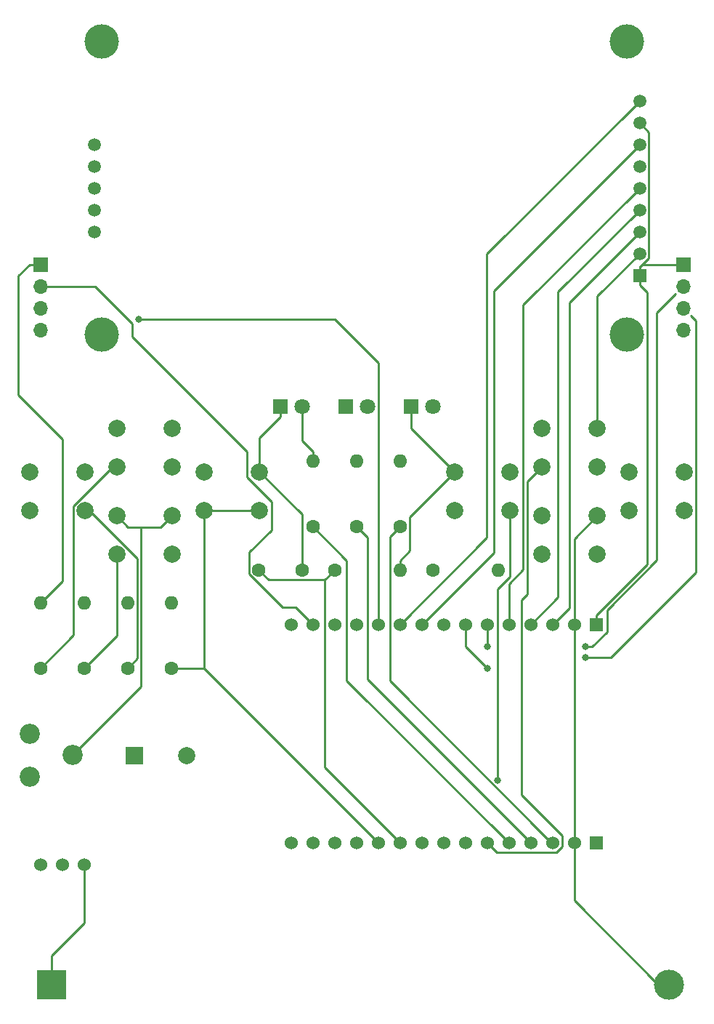
<source format=gbr>
G04 #@! TF.GenerationSoftware,KiCad,Pcbnew,5.1.4-e60b266~84~ubuntu19.04.1*
G04 #@! TF.CreationDate,2019-10-18T16:45:16-04:00*
G04 #@! TF.ProjectId,Esp32Badge-v1,45737033-3242-4616-9467-652d76312e6b,1*
G04 #@! TF.SameCoordinates,Original*
G04 #@! TF.FileFunction,Copper,L1,Top*
G04 #@! TF.FilePolarity,Positive*
%FSLAX46Y46*%
G04 Gerber Fmt 4.6, Leading zero omitted, Abs format (unit mm)*
G04 Created by KiCad (PCBNEW 5.1.4-e60b266~84~ubuntu19.04.1) date 2019-10-18 16:45:16*
%MOMM*%
%LPD*%
G04 APERTURE LIST*
%ADD10C,2.000000*%
%ADD11R,2.000000X2.000000*%
%ADD12R,1.524000X1.524000*%
%ADD13C,1.524000*%
%ADD14O,1.700000X1.700000*%
%ADD15R,1.700000X1.700000*%
%ADD16R,3.500000X3.500000*%
%ADD17C,3.500000*%
%ADD18C,1.600000*%
%ADD19C,1.800000*%
%ADD20R,1.800000X1.800000*%
%ADD21O,1.600000X1.600000*%
%ADD22C,2.340000*%
%ADD23C,4.000000*%
%ADD24C,1.500000*%
%ADD25R,1.500000X1.500000*%
%ADD26C,0.800000*%
%ADD27C,0.250000*%
G04 APERTURE END LIST*
D10*
X116078000Y-118110000D03*
D11*
X109982000Y-118110000D03*
D12*
X163830000Y-128270000D03*
D13*
X161290000Y-128270000D03*
X158750000Y-128270000D03*
X156210000Y-128270000D03*
X153670000Y-128270000D03*
X151130000Y-128270000D03*
X148590000Y-128270000D03*
X146050000Y-128270000D03*
X143510000Y-128270000D03*
X140970000Y-128270000D03*
X138430000Y-128270000D03*
X135890000Y-128270000D03*
X133350000Y-128270000D03*
X130810000Y-128270000D03*
X128270000Y-102870000D03*
X130810000Y-102870000D03*
X133350000Y-102870000D03*
X135890000Y-102870000D03*
X138430000Y-102870000D03*
X140970000Y-102870000D03*
X143510000Y-102870000D03*
X146050000Y-102870000D03*
X148590000Y-102870000D03*
X151130000Y-102870000D03*
X153670000Y-102870000D03*
X156210000Y-102870000D03*
X158750000Y-102870000D03*
X161290000Y-102870000D03*
D12*
X163830000Y-102870000D03*
D13*
X128270000Y-128270000D03*
D14*
X173990000Y-68580000D03*
X173990000Y-66040000D03*
X173990000Y-63500000D03*
D15*
X173990000Y-60960000D03*
D14*
X99060000Y-68580000D03*
X99060000Y-66040000D03*
X99060000Y-63500000D03*
D15*
X99060000Y-60960000D03*
D16*
X100330000Y-144780000D03*
D17*
X172330000Y-144780000D03*
D18*
X129540000Y-96520000D03*
X124540000Y-96520000D03*
D19*
X144780000Y-77470000D03*
D20*
X142240000Y-77470000D03*
D19*
X137160000Y-77470000D03*
D20*
X134620000Y-77470000D03*
D19*
X129540000Y-77470000D03*
D20*
X127000000Y-77470000D03*
D21*
X140970000Y-83820000D03*
D18*
X140970000Y-91440000D03*
D21*
X135890000Y-83820000D03*
D18*
X135890000Y-91440000D03*
D21*
X130810000Y-83820000D03*
D18*
X130810000Y-91440000D03*
D21*
X152400000Y-96520000D03*
D18*
X144780000Y-96520000D03*
D21*
X140970000Y-96520000D03*
D18*
X133350000Y-96520000D03*
D21*
X99060000Y-100330000D03*
D18*
X99060000Y-107950000D03*
D21*
X104140000Y-100330000D03*
D18*
X104140000Y-107950000D03*
D21*
X109220000Y-100330000D03*
D18*
X109220000Y-107950000D03*
D21*
X114300000Y-100330000D03*
D18*
X114300000Y-107950000D03*
D22*
X97790000Y-115570000D03*
X102790000Y-118070000D03*
X97790000Y-120570000D03*
D13*
X99060000Y-130810000D03*
X104140000Y-130810000D03*
X101600000Y-130810000D03*
D10*
X114450000Y-80010000D03*
X114450000Y-84510000D03*
X107950000Y-80010000D03*
X107950000Y-84510000D03*
X114450000Y-90170000D03*
X114450000Y-94670000D03*
X107950000Y-90170000D03*
X107950000Y-94670000D03*
X104290000Y-85090000D03*
X104290000Y-89590000D03*
X97790000Y-85090000D03*
X97790000Y-89590000D03*
X124610000Y-85090000D03*
X124610000Y-89590000D03*
X118110000Y-85090000D03*
X118110000Y-89590000D03*
X163980000Y-90170000D03*
X163980000Y-94670000D03*
X157480000Y-90170000D03*
X157480000Y-94670000D03*
X174140000Y-85090000D03*
X174140000Y-89590000D03*
X167640000Y-85090000D03*
X167640000Y-89590000D03*
X153820000Y-85090000D03*
X153820000Y-89590000D03*
X147320000Y-85090000D03*
X147320000Y-89590000D03*
X163980000Y-80010000D03*
X163980000Y-84510000D03*
X157480000Y-80010000D03*
X157480000Y-84510000D03*
D23*
X167410000Y-35020000D03*
X106210000Y-35020000D03*
X106210000Y-69120000D03*
X167410000Y-69120000D03*
D24*
X105390000Y-46990000D03*
X105390000Y-49530000D03*
X105390000Y-52070000D03*
X105390000Y-54610000D03*
X105390000Y-57150000D03*
X168910000Y-41910000D03*
X168910000Y-44450000D03*
X168910000Y-46990000D03*
X168910000Y-49530000D03*
X168910000Y-52070000D03*
X168910000Y-54610000D03*
X168910000Y-57150000D03*
X168910000Y-59690000D03*
D25*
X168910000Y-62230000D03*
D26*
X162560000Y-106680000D03*
X151130000Y-107950000D03*
X152393000Y-120976000D03*
X110490000Y-67310000D03*
X151130000Y-105410000D03*
X162560000Y-105410000D03*
D27*
X124610000Y-85090000D02*
X129540000Y-90020000D01*
X129540000Y-90020000D02*
X129540000Y-96520000D01*
X127000000Y-77470000D02*
X127000000Y-78695300D01*
X127000000Y-78695300D02*
X124610000Y-81085300D01*
X124610000Y-81085300D02*
X124610000Y-85090000D01*
X110817000Y-91515000D02*
X109295000Y-91515000D01*
X109295000Y-91515000D02*
X107950000Y-90170000D01*
X114450000Y-90170000D02*
X113105000Y-91515000D01*
X113105000Y-91515000D02*
X110817000Y-91515000D01*
X163980000Y-90170000D02*
X161290000Y-92860000D01*
X161290000Y-92860000D02*
X161290000Y-102870000D01*
X102790000Y-118070000D02*
X110817000Y-110043000D01*
X110817000Y-110043000D02*
X110817000Y-91515000D01*
X161290000Y-102870000D02*
X161290000Y-128270000D01*
X161290000Y-128270000D02*
X161290000Y-135010000D01*
X161290000Y-135010000D02*
X171060000Y-144780000D01*
X140970000Y-96520000D02*
X140970000Y-95394700D01*
X140970000Y-95394700D02*
X142095000Y-94269400D01*
X142095000Y-94269400D02*
X142095000Y-90314700D01*
X142095000Y-90314700D02*
X147320000Y-85090000D01*
X147320000Y-85090000D02*
X142240000Y-80010000D01*
X142240000Y-80010000D02*
X142240000Y-77470000D01*
X168910000Y-59690000D02*
X163980000Y-64620000D01*
X163980000Y-64620000D02*
X163980000Y-80010000D01*
X104140000Y-130810000D02*
X104140000Y-137625000D01*
X104140000Y-137625000D02*
X100330000Y-141435000D01*
X100330000Y-141435000D02*
X100330000Y-144780000D01*
X132207000Y-97662800D02*
X125683000Y-97662800D01*
X125683000Y-97662800D02*
X124540000Y-96520000D01*
X133350000Y-96520000D02*
X132207000Y-97662800D01*
X140970000Y-128270000D02*
X132207000Y-119507000D01*
X132207000Y-119507000D02*
X132207000Y-97662800D01*
X130810000Y-83820000D02*
X130810000Y-82694700D01*
X130810000Y-82694700D02*
X129540000Y-81424700D01*
X129540000Y-81424700D02*
X129540000Y-77470000D01*
X140970000Y-91440000D02*
X139795000Y-92614600D01*
X139795000Y-92614600D02*
X139795000Y-109405000D01*
X139795000Y-109405000D02*
X158661000Y-128270000D01*
X158661000Y-128270000D02*
X158750000Y-128270000D01*
X156210000Y-128270000D02*
X137160000Y-109220000D01*
X137160000Y-109220000D02*
X137160000Y-92710000D01*
X137160000Y-92710000D02*
X135890000Y-91440000D01*
X153670000Y-128270000D02*
X134765000Y-109365000D01*
X134765000Y-109365000D02*
X134765000Y-95394600D01*
X134765000Y-95394600D02*
X130810000Y-91440000D01*
X168910000Y-44450000D02*
X169985000Y-45525300D01*
X169985000Y-45525300D02*
X169985000Y-60213900D01*
X169985000Y-60213900D02*
X169044000Y-61154700D01*
X169044000Y-61154700D02*
X168910000Y-61154700D01*
X168910000Y-61154700D02*
X168910000Y-62230000D01*
X168910000Y-62230000D02*
X168910000Y-63305300D01*
X168910000Y-63305300D02*
X169782000Y-64177800D01*
X169782000Y-64177800D02*
X169782000Y-95830200D01*
X169782000Y-95830200D02*
X163830000Y-101783000D01*
X163830000Y-101783000D02*
X163830000Y-102870000D01*
X99810300Y-60960000D02*
X99060000Y-60960000D01*
X98309700Y-60351400D02*
X98453800Y-60207300D01*
X101600000Y-97790000D02*
X99060000Y-100330000D01*
X99060000Y-60960000D02*
X97790000Y-60960000D01*
X96464999Y-62285001D02*
X96464999Y-76144999D01*
X97790000Y-60960000D02*
X96464999Y-62285001D01*
X101600000Y-81280000D02*
X101600000Y-97790000D01*
X96464999Y-76144999D02*
X101600000Y-81280000D01*
X169180000Y-60960000D02*
X168910000Y-61230000D01*
X173990000Y-60960000D02*
X169180000Y-60960000D01*
X168910000Y-61230000D02*
X168910000Y-62230000D01*
X99060000Y-107950000D02*
X102901000Y-104109000D01*
X102901000Y-104109000D02*
X102901000Y-89097600D01*
X102901000Y-89097600D02*
X107489000Y-84510000D01*
X107489000Y-84510000D02*
X107950000Y-84510000D01*
X104140000Y-107950000D02*
X107950000Y-104140000D01*
X107950000Y-104140000D02*
X107950000Y-94670000D01*
X109220000Y-107950000D02*
X110366000Y-106804000D01*
X110366000Y-106804000D02*
X110366000Y-95198800D01*
X110366000Y-95198800D02*
X104758000Y-89590000D01*
X104758000Y-89590000D02*
X104290000Y-89590000D01*
X118110000Y-107950000D02*
X114300000Y-107950000D01*
X138430000Y-128270000D02*
X118110000Y-107950000D01*
X118110000Y-89590000D02*
X118110000Y-107950000D01*
X118110000Y-89590000D02*
X124610000Y-89590000D01*
X152393000Y-120976000D02*
X152393000Y-98711400D01*
X152393000Y-98711400D02*
X153820000Y-97284300D01*
X153820000Y-97284300D02*
X153820000Y-89590000D01*
X151130000Y-128270000D02*
X152233000Y-129373000D01*
X152233000Y-129373000D02*
X159189000Y-129373000D01*
X159189000Y-129373000D02*
X159864000Y-128698000D01*
X159864000Y-128698000D02*
X159864000Y-127422000D01*
X159864000Y-127422000D02*
X155113000Y-122670000D01*
X155113000Y-122670000D02*
X155113000Y-99999200D01*
X155113000Y-99999200D02*
X155808000Y-99304000D01*
X155808000Y-99304000D02*
X155808000Y-86182000D01*
X155808000Y-86182000D02*
X157480000Y-84510000D01*
X168910000Y-57150000D02*
X160714000Y-65345600D01*
X160714000Y-65345600D02*
X160714000Y-100906000D01*
X160714000Y-100906000D02*
X158750000Y-102870000D01*
X156210000Y-102870000D02*
X159423000Y-99656600D01*
X159423000Y-99656600D02*
X159423000Y-64096600D01*
X159423000Y-64096600D02*
X168910000Y-54610000D01*
X153670000Y-102870000D02*
X153670000Y-98148000D01*
X153670000Y-98148000D02*
X155330000Y-96488500D01*
X155330000Y-96488500D02*
X155330000Y-65650500D01*
X155330000Y-65650500D02*
X168910000Y-52070000D01*
X168910000Y-46990000D02*
X151901000Y-63998600D01*
X151901000Y-63998600D02*
X151901000Y-94478600D01*
X151901000Y-94478600D02*
X143510000Y-102870000D01*
X168910000Y-41910000D02*
X151099000Y-59721400D01*
X151099000Y-59721400D02*
X151099000Y-92741400D01*
X151099000Y-92741400D02*
X140970000Y-102870000D01*
X138430000Y-85090000D02*
X138430000Y-72390000D01*
X138430000Y-85090000D02*
X138430000Y-102870000D01*
X138430000Y-84608600D02*
X138430000Y-85090000D01*
X138430000Y-72390000D02*
X133350000Y-67310000D01*
X133350000Y-67310000D02*
X110490000Y-67310000D01*
X110490000Y-67310000D02*
X110490000Y-67310000D01*
X123141000Y-82754400D02*
X123141000Y-85707900D01*
X123141000Y-85707900D02*
X125996000Y-88563300D01*
X125996000Y-88563300D02*
X125996000Y-91871300D01*
X125996000Y-91871300D02*
X123412000Y-94455900D01*
X123412000Y-94455900D02*
X123412000Y-96983400D01*
X123412000Y-96983400D02*
X127324000Y-100896000D01*
X127324000Y-100896000D02*
X128836000Y-100896000D01*
X128836000Y-100896000D02*
X130810000Y-102870000D01*
X109764999Y-69378399D02*
X109764999Y-67854999D01*
X123141000Y-82754400D02*
X109764999Y-69378399D01*
X109764999Y-67854999D02*
X105410000Y-63500000D01*
X105410000Y-63500000D02*
X99060000Y-63500000D01*
X148590000Y-105410000D02*
X151130000Y-107950000D01*
X148590000Y-102870000D02*
X148590000Y-105410000D01*
X175465001Y-67515001D02*
X174839999Y-66889999D01*
X175465001Y-96816289D02*
X175465001Y-67515001D01*
X162560000Y-106680000D02*
X165601290Y-106680000D01*
X165601290Y-106680000D02*
X175465001Y-96816289D01*
X151130000Y-102870000D02*
X151130000Y-105410000D01*
X151130000Y-105410000D02*
X151130000Y-105410000D01*
X170918689Y-95339396D02*
X170918689Y-66571311D01*
X170918689Y-66571311D02*
X173140001Y-64349999D01*
X165100000Y-101158085D02*
X170918689Y-95339396D01*
X163399002Y-105410000D02*
X165100000Y-103709002D01*
X162560000Y-105410000D02*
X163399002Y-105410000D01*
X165100000Y-103709002D02*
X165100000Y-101158085D01*
M02*

</source>
